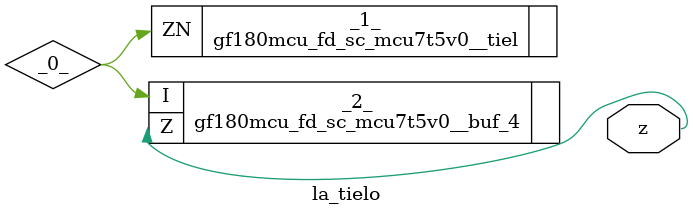
<source format=v>
/* Generated by Yosys 0.37 (git sha1 a5c7f69ed, clang 14.0.0-1ubuntu1.1 -fPIC -Os) */

module la_tielo(z);
  wire _0_;
  output z;
  wire z;
  gf180mcu_fd_sc_mcu7t5v0__tiel _1_ (
    .ZN(_0_)
  );
  gf180mcu_fd_sc_mcu7t5v0__buf_4 _2_ (
    .I(_0_),
    .Z(z)
  );
endmodule

</source>
